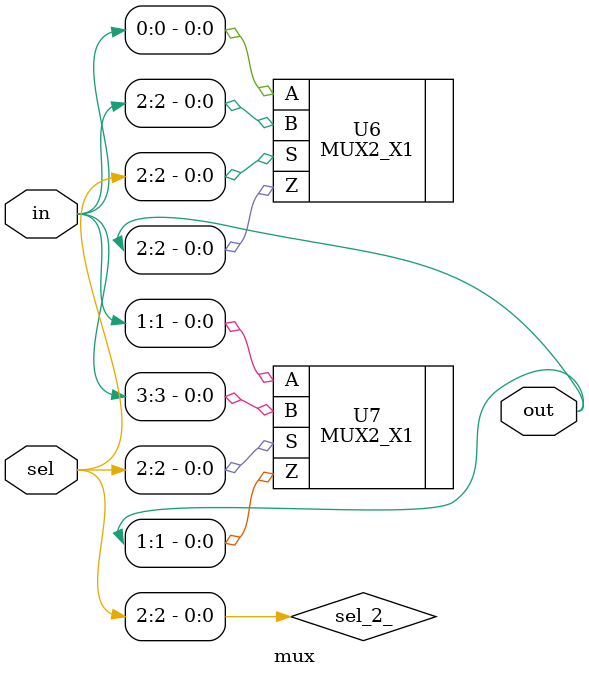
<source format=v>


module mux ( in, sel, out );
  input [3:0] in;
  input [1:2] sel;
  output [1:2] out;
  wire   sel_2_;
  assign sel_2_ = sel[2];

  MUX2_X1 U6 ( .A(in[0]), .B(in[2]), .S(sel_2_), .Z(out[2]) );
  MUX2_X1 U7 ( .A(in[1]), .B(in[3]), .S(sel_2_), .Z(out[1]) );
endmodule


</source>
